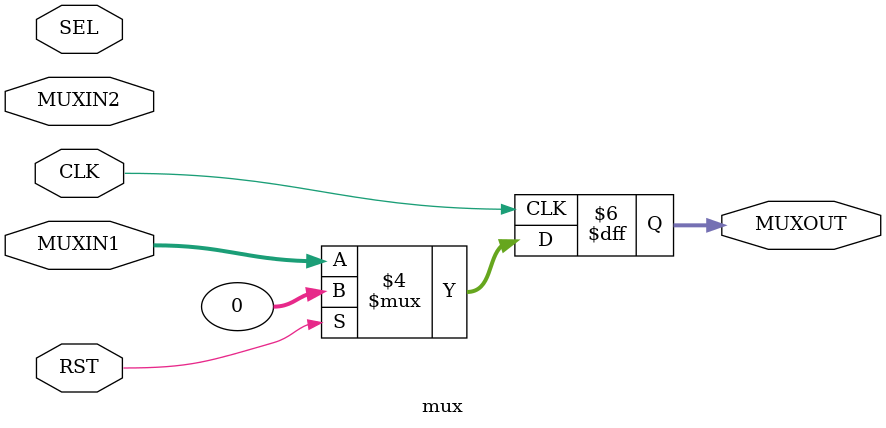
<source format=v>
module mux(MUXIN1, MUXIN2, MUXOUT, SEL, RST, CLK);
input CLK;
input RST;
input SEL;
input [31:0] MUXIN1;
input [31:0] MUXIN2;

output reg [31:0] MUXOUT;

always @(posedge CLK) begin
    if(RST == 1) MUXOUT = 32'b0; 
    else
        MUXOUT = MUXIN1;
        
end

endmodule
</source>
